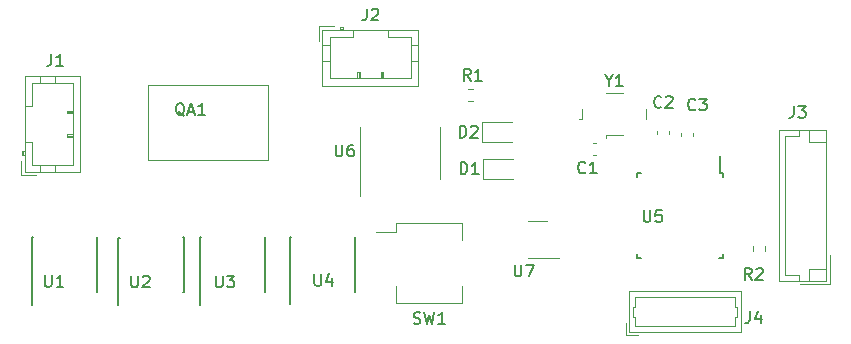
<source format=gbr>
%TF.GenerationSoftware,KiCad,Pcbnew,(6.0.7)*%
%TF.CreationDate,2023-02-24T15:08:57+01:00*%
%TF.ProjectId,freqcount,66726571-636f-4756-9e74-2e6b69636164,rev?*%
%TF.SameCoordinates,PX640f3c0PY67de938*%
%TF.FileFunction,Legend,Top*%
%TF.FilePolarity,Positive*%
%FSLAX46Y46*%
G04 Gerber Fmt 4.6, Leading zero omitted, Abs format (unit mm)*
G04 Created by KiCad (PCBNEW (6.0.7)) date 2023-02-24 15:08:57*
%MOMM*%
%LPD*%
G01*
G04 APERTURE LIST*
%ADD10C,0.150000*%
%ADD11C,0.120000*%
G04 APERTURE END LIST*
D10*
%TO.C,J1*%
X5536666Y24387620D02*
X5536666Y23673334D01*
X5489047Y23530477D01*
X5393809Y23435239D01*
X5250952Y23387620D01*
X5155714Y23387620D01*
X6536666Y23387620D02*
X5965238Y23387620D01*
X6250952Y23387620D02*
X6250952Y24387620D01*
X6155714Y24244762D01*
X6060476Y24149524D01*
X5965238Y24101905D01*
%TO.C,U6*%
X29598095Y16727620D02*
X29598095Y15918096D01*
X29645714Y15822858D01*
X29693333Y15775239D01*
X29788571Y15727620D01*
X29979047Y15727620D01*
X30074285Y15775239D01*
X30121904Y15822858D01*
X30169523Y15918096D01*
X30169523Y16727620D01*
X31074285Y16727620D02*
X30883809Y16727620D01*
X30788571Y16680000D01*
X30740952Y16632381D01*
X30645714Y16489524D01*
X30598095Y16299048D01*
X30598095Y15918096D01*
X30645714Y15822858D01*
X30693333Y15775239D01*
X30788571Y15727620D01*
X30979047Y15727620D01*
X31074285Y15775239D01*
X31121904Y15822858D01*
X31169523Y15918096D01*
X31169523Y16156191D01*
X31121904Y16251429D01*
X31074285Y16299048D01*
X30979047Y16346667D01*
X30788571Y16346667D01*
X30693333Y16299048D01*
X30645714Y16251429D01*
X30598095Y16156191D01*
%TO.C,R2*%
X64813333Y5257620D02*
X64480000Y5733810D01*
X64241904Y5257620D02*
X64241904Y6257620D01*
X64622857Y6257620D01*
X64718095Y6210000D01*
X64765714Y6162381D01*
X64813333Y6067143D01*
X64813333Y5924286D01*
X64765714Y5829048D01*
X64718095Y5781429D01*
X64622857Y5733810D01*
X64241904Y5733810D01*
X65194285Y6162381D02*
X65241904Y6210000D01*
X65337142Y6257620D01*
X65575238Y6257620D01*
X65670476Y6210000D01*
X65718095Y6162381D01*
X65765714Y6067143D01*
X65765714Y5971905D01*
X65718095Y5829048D01*
X65146666Y5257620D01*
X65765714Y5257620D01*
%TO.C,D1*%
X40191904Y14217620D02*
X40191904Y15217620D01*
X40430000Y15217620D01*
X40572857Y15170000D01*
X40668095Y15074762D01*
X40715714Y14979524D01*
X40763333Y14789048D01*
X40763333Y14646191D01*
X40715714Y14455715D01*
X40668095Y14360477D01*
X40572857Y14265239D01*
X40430000Y14217620D01*
X40191904Y14217620D01*
X41715714Y14217620D02*
X41144285Y14217620D01*
X41430000Y14217620D02*
X41430000Y15217620D01*
X41334761Y15074762D01*
X41239523Y14979524D01*
X41144285Y14931905D01*
%TO.C,D2*%
X40101904Y17317620D02*
X40101904Y18317620D01*
X40340000Y18317620D01*
X40482857Y18270000D01*
X40578095Y18174762D01*
X40625714Y18079524D01*
X40673333Y17889048D01*
X40673333Y17746191D01*
X40625714Y17555715D01*
X40578095Y17460477D01*
X40482857Y17365239D01*
X40340000Y17317620D01*
X40101904Y17317620D01*
X41054285Y18222381D02*
X41101904Y18270000D01*
X41197142Y18317620D01*
X41435238Y18317620D01*
X41530476Y18270000D01*
X41578095Y18222381D01*
X41625714Y18127143D01*
X41625714Y18031905D01*
X41578095Y17889048D01*
X41006666Y17317620D01*
X41625714Y17317620D01*
%TO.C,C2*%
X57173333Y19927858D02*
X57125714Y19880239D01*
X56982857Y19832620D01*
X56887619Y19832620D01*
X56744761Y19880239D01*
X56649523Y19975477D01*
X56601904Y20070715D01*
X56554285Y20261191D01*
X56554285Y20404048D01*
X56601904Y20594524D01*
X56649523Y20689762D01*
X56744761Y20785000D01*
X56887619Y20832620D01*
X56982857Y20832620D01*
X57125714Y20785000D01*
X57173333Y20737381D01*
X57554285Y20737381D02*
X57601904Y20785000D01*
X57697142Y20832620D01*
X57935238Y20832620D01*
X58030476Y20785000D01*
X58078095Y20737381D01*
X58125714Y20642143D01*
X58125714Y20546905D01*
X58078095Y20404048D01*
X57506666Y19832620D01*
X58125714Y19832620D01*
%TO.C,R1*%
X41023333Y22137620D02*
X40690000Y22613810D01*
X40451904Y22137620D02*
X40451904Y23137620D01*
X40832857Y23137620D01*
X40928095Y23090000D01*
X40975714Y23042381D01*
X41023333Y22947143D01*
X41023333Y22804286D01*
X40975714Y22709048D01*
X40928095Y22661429D01*
X40832857Y22613810D01*
X40451904Y22613810D01*
X41975714Y22137620D02*
X41404285Y22137620D01*
X41690000Y22137620D02*
X41690000Y23137620D01*
X41594761Y22994762D01*
X41499523Y22899524D01*
X41404285Y22851905D01*
%TO.C,QA1*%
X16796190Y19142381D02*
X16700952Y19190000D01*
X16605714Y19285239D01*
X16462857Y19428096D01*
X16367619Y19475715D01*
X16272380Y19475715D01*
X16320000Y19237620D02*
X16224761Y19285239D01*
X16129523Y19380477D01*
X16081904Y19570953D01*
X16081904Y19904286D01*
X16129523Y20094762D01*
X16224761Y20190000D01*
X16320000Y20237620D01*
X16510476Y20237620D01*
X16605714Y20190000D01*
X16700952Y20094762D01*
X16748571Y19904286D01*
X16748571Y19570953D01*
X16700952Y19380477D01*
X16605714Y19285239D01*
X16510476Y19237620D01*
X16320000Y19237620D01*
X17129523Y19523334D02*
X17605714Y19523334D01*
X17034285Y19237620D02*
X17367619Y20237620D01*
X17700952Y19237620D01*
X18558095Y19237620D02*
X17986666Y19237620D01*
X18272380Y19237620D02*
X18272380Y20237620D01*
X18177142Y20094762D01*
X18081904Y19999524D01*
X17986666Y19951905D01*
%TO.C,C1*%
X50753333Y14377858D02*
X50705714Y14330239D01*
X50562857Y14282620D01*
X50467619Y14282620D01*
X50324761Y14330239D01*
X50229523Y14425477D01*
X50181904Y14520715D01*
X50134285Y14711191D01*
X50134285Y14854048D01*
X50181904Y15044524D01*
X50229523Y15139762D01*
X50324761Y15235000D01*
X50467619Y15282620D01*
X50562857Y15282620D01*
X50705714Y15235000D01*
X50753333Y15187381D01*
X51705714Y14282620D02*
X51134285Y14282620D01*
X51420000Y14282620D02*
X51420000Y15282620D01*
X51324761Y15139762D01*
X51229523Y15044524D01*
X51134285Y14996905D01*
%TO.C,Y1*%
X52713809Y22143810D02*
X52713809Y21667620D01*
X52380476Y22667620D02*
X52713809Y22143810D01*
X53047142Y22667620D01*
X53904285Y21667620D02*
X53332857Y21667620D01*
X53618571Y21667620D02*
X53618571Y22667620D01*
X53523333Y22524762D01*
X53428095Y22429524D01*
X53332857Y22381905D01*
%TO.C,U2*%
X12278095Y5637620D02*
X12278095Y4828096D01*
X12325714Y4732858D01*
X12373333Y4685239D01*
X12468571Y4637620D01*
X12659047Y4637620D01*
X12754285Y4685239D01*
X12801904Y4732858D01*
X12849523Y4828096D01*
X12849523Y5637620D01*
X13278095Y5542381D02*
X13325714Y5590000D01*
X13420952Y5637620D01*
X13659047Y5637620D01*
X13754285Y5590000D01*
X13801904Y5542381D01*
X13849523Y5447143D01*
X13849523Y5351905D01*
X13801904Y5209048D01*
X13230476Y4637620D01*
X13849523Y4637620D01*
%TO.C,U7*%
X44758095Y6567620D02*
X44758095Y5758096D01*
X44805714Y5662858D01*
X44853333Y5615239D01*
X44948571Y5567620D01*
X45139047Y5567620D01*
X45234285Y5615239D01*
X45281904Y5662858D01*
X45329523Y5758096D01*
X45329523Y6567620D01*
X45710476Y6567620D02*
X46377142Y6567620D01*
X45948571Y5567620D01*
%TO.C,U1*%
X4988095Y5697620D02*
X4988095Y4888096D01*
X5035714Y4792858D01*
X5083333Y4745239D01*
X5178571Y4697620D01*
X5369047Y4697620D01*
X5464285Y4745239D01*
X5511904Y4792858D01*
X5559523Y4888096D01*
X5559523Y5697620D01*
X6559523Y4697620D02*
X5988095Y4697620D01*
X6273809Y4697620D02*
X6273809Y5697620D01*
X6178571Y5554762D01*
X6083333Y5459524D01*
X5988095Y5411905D01*
%TO.C,J2*%
X32216666Y28232620D02*
X32216666Y27518334D01*
X32169047Y27375477D01*
X32073809Y27280239D01*
X31930952Y27232620D01*
X31835714Y27232620D01*
X32645238Y28137381D02*
X32692857Y28185000D01*
X32788095Y28232620D01*
X33026190Y28232620D01*
X33121428Y28185000D01*
X33169047Y28137381D01*
X33216666Y28042143D01*
X33216666Y27946905D01*
X33169047Y27804048D01*
X32597619Y27232620D01*
X33216666Y27232620D01*
%TO.C,U5*%
X55668095Y11172620D02*
X55668095Y10363096D01*
X55715714Y10267858D01*
X55763333Y10220239D01*
X55858571Y10172620D01*
X56049047Y10172620D01*
X56144285Y10220239D01*
X56191904Y10267858D01*
X56239523Y10363096D01*
X56239523Y11172620D01*
X57191904Y11172620D02*
X56715714Y11172620D01*
X56668095Y10696429D01*
X56715714Y10744048D01*
X56810952Y10791667D01*
X57049047Y10791667D01*
X57144285Y10744048D01*
X57191904Y10696429D01*
X57239523Y10601191D01*
X57239523Y10363096D01*
X57191904Y10267858D01*
X57144285Y10220239D01*
X57049047Y10172620D01*
X56810952Y10172620D01*
X56715714Y10220239D01*
X56668095Y10267858D01*
%TO.C,U3*%
X19458095Y5637620D02*
X19458095Y4828096D01*
X19505714Y4732858D01*
X19553333Y4685239D01*
X19648571Y4637620D01*
X19839047Y4637620D01*
X19934285Y4685239D01*
X19981904Y4732858D01*
X20029523Y4828096D01*
X20029523Y5637620D01*
X20410476Y5637620D02*
X21029523Y5637620D01*
X20696190Y5256667D01*
X20839047Y5256667D01*
X20934285Y5209048D01*
X20981904Y5161429D01*
X21029523Y5066191D01*
X21029523Y4828096D01*
X20981904Y4732858D01*
X20934285Y4685239D01*
X20839047Y4637620D01*
X20553333Y4637620D01*
X20458095Y4685239D01*
X20410476Y4732858D01*
%TO.C,C3*%
X60053333Y19712858D02*
X60005714Y19665239D01*
X59862857Y19617620D01*
X59767619Y19617620D01*
X59624761Y19665239D01*
X59529523Y19760477D01*
X59481904Y19855715D01*
X59434285Y20046191D01*
X59434285Y20189048D01*
X59481904Y20379524D01*
X59529523Y20474762D01*
X59624761Y20570000D01*
X59767619Y20617620D01*
X59862857Y20617620D01*
X60005714Y20570000D01*
X60053333Y20522381D01*
X60386666Y20617620D02*
X61005714Y20617620D01*
X60672380Y20236667D01*
X60815238Y20236667D01*
X60910476Y20189048D01*
X60958095Y20141429D01*
X61005714Y20046191D01*
X61005714Y19808096D01*
X60958095Y19712858D01*
X60910476Y19665239D01*
X60815238Y19617620D01*
X60529523Y19617620D01*
X60434285Y19665239D01*
X60386666Y19712858D01*
%TO.C,J3*%
X68386666Y19997620D02*
X68386666Y19283334D01*
X68339047Y19140477D01*
X68243809Y19045239D01*
X68100952Y18997620D01*
X68005714Y18997620D01*
X68767619Y19997620D02*
X69386666Y19997620D01*
X69053333Y19616667D01*
X69196190Y19616667D01*
X69291428Y19569048D01*
X69339047Y19521429D01*
X69386666Y19426191D01*
X69386666Y19188096D01*
X69339047Y19092858D01*
X69291428Y19045239D01*
X69196190Y18997620D01*
X68910476Y18997620D01*
X68815238Y19045239D01*
X68767619Y19092858D01*
%TO.C,U4*%
X27798095Y5777620D02*
X27798095Y4968096D01*
X27845714Y4872858D01*
X27893333Y4825239D01*
X27988571Y4777620D01*
X28179047Y4777620D01*
X28274285Y4825239D01*
X28321904Y4872858D01*
X28369523Y4968096D01*
X28369523Y5777620D01*
X29274285Y5444286D02*
X29274285Y4777620D01*
X29036190Y5825239D02*
X28798095Y5110953D01*
X29417142Y5110953D01*
%TO.C,SW1*%
X36196666Y1595239D02*
X36339523Y1547620D01*
X36577619Y1547620D01*
X36672857Y1595239D01*
X36720476Y1642858D01*
X36768095Y1738096D01*
X36768095Y1833334D01*
X36720476Y1928572D01*
X36672857Y1976191D01*
X36577619Y2023810D01*
X36387142Y2071429D01*
X36291904Y2119048D01*
X36244285Y2166667D01*
X36196666Y2261905D01*
X36196666Y2357143D01*
X36244285Y2452381D01*
X36291904Y2500000D01*
X36387142Y2547620D01*
X36625238Y2547620D01*
X36768095Y2500000D01*
X37101428Y2547620D02*
X37339523Y1547620D01*
X37530000Y2261905D01*
X37720476Y1547620D01*
X37958571Y2547620D01*
X38863333Y1547620D02*
X38291904Y1547620D01*
X38577619Y1547620D02*
X38577619Y2547620D01*
X38482380Y2404762D01*
X38387142Y2309524D01*
X38291904Y2261905D01*
%TO.C,J4*%
X64676666Y2612620D02*
X64676666Y1898334D01*
X64629047Y1755477D01*
X64533809Y1660239D01*
X64390952Y1612620D01*
X64295714Y1612620D01*
X65581428Y2279286D02*
X65581428Y1612620D01*
X65343333Y2660239D02*
X65105238Y1945953D01*
X65724285Y1945953D01*
D11*
%TO.C,J1*%
X3260000Y16980000D02*
X3870000Y16980000D01*
X3060000Y16180000D02*
X3060000Y15880000D01*
X6870000Y17380000D02*
X6870000Y17580000D01*
X7370000Y19480000D02*
X6870000Y19480000D01*
X3060000Y15880000D02*
X3260000Y15880000D01*
X3260000Y16180000D02*
X3060000Y16180000D01*
X3260000Y14420000D02*
X7980000Y14420000D01*
X7370000Y21930000D02*
X3870000Y21930000D01*
X7370000Y19380000D02*
X6870000Y19380000D01*
X2960000Y14120000D02*
X4210000Y14120000D01*
X7980000Y14420000D02*
X7980000Y22540000D01*
X7370000Y17380000D02*
X6870000Y17380000D01*
X3160000Y16180000D02*
X3160000Y15880000D01*
X7370000Y15030000D02*
X7370000Y21930000D01*
X4570000Y14420000D02*
X4570000Y15030000D01*
X7370000Y17480000D02*
X6870000Y17480000D01*
X3870000Y21930000D02*
X3870000Y19980000D01*
X6870000Y17580000D02*
X7370000Y17580000D01*
X2960000Y15370000D02*
X2960000Y14120000D01*
X6870000Y19580000D02*
X7370000Y19580000D01*
X7980000Y22540000D02*
X3260000Y22540000D01*
X6870000Y19380000D02*
X6870000Y19580000D01*
X3870000Y15030000D02*
X7370000Y15030000D01*
X5870000Y14420000D02*
X5870000Y15030000D01*
X4570000Y22540000D02*
X4570000Y21930000D01*
X3870000Y16980000D02*
X3870000Y15030000D01*
X3870000Y19980000D02*
X3260000Y19980000D01*
X3260000Y22540000D02*
X3260000Y14420000D01*
X5870000Y22540000D02*
X5870000Y21930000D01*
%TO.C,U6*%
X38435000Y15990000D02*
X38435000Y18190000D01*
X38435000Y15990000D02*
X38435000Y13790000D01*
X31665000Y15990000D02*
X31665000Y18190000D01*
X31665000Y15990000D02*
X31665000Y12390000D01*
%TO.C,R2*%
X65982500Y8152258D02*
X65982500Y7677742D01*
X64937500Y8152258D02*
X64937500Y7677742D01*
%TO.C,D1*%
X42040000Y15540000D02*
X44590000Y15540000D01*
X42040000Y15540000D02*
X42040000Y13840000D01*
X42040000Y13840000D02*
X44590000Y13840000D01*
%TO.C,D2*%
X41990000Y18610000D02*
X44540000Y18610000D01*
X41990000Y18610000D02*
X41990000Y16910000D01*
X41990000Y16910000D02*
X44540000Y16910000D01*
%TO.C,C2*%
X57820000Y17629420D02*
X57820000Y17910580D01*
X56800000Y17629420D02*
X56800000Y17910580D01*
%TO.C,R1*%
X41242258Y20407500D02*
X40767742Y20407500D01*
X41242258Y21452500D02*
X40767742Y21452500D01*
%TO.C,QA1*%
X13756000Y21796000D02*
X23916000Y21796000D01*
X23916000Y21796000D02*
X23916000Y15446000D01*
X23916000Y15446000D02*
X13756000Y15446000D01*
X13756000Y15446000D02*
X13756000Y21796000D01*
%TO.C,C1*%
X51394420Y16895000D02*
X51675580Y16895000D01*
X51394420Y15875000D02*
X51675580Y15875000D01*
%TO.C,Y1*%
X52490000Y17520000D02*
X52490000Y17280000D01*
X55890000Y19720000D02*
X55890000Y18920000D01*
X52490000Y21120000D02*
X53890000Y21120000D01*
X53890000Y17520000D02*
X52490000Y17520000D01*
X50190000Y18920000D02*
X50490000Y18920000D01*
X50490000Y18920000D02*
X50490000Y19720000D01*
D10*
%TO.C,U2*%
X11210000Y8850000D02*
X11310000Y8850000D01*
X16735000Y4225000D02*
X16735000Y8875000D01*
X16735000Y8875000D02*
X16710000Y8875000D01*
X16735000Y4225000D02*
X16710000Y4225000D01*
X11210000Y3150000D02*
X11210000Y8850000D01*
D11*
%TO.C,U7*%
X46690000Y10230000D02*
X45890000Y10230000D01*
X46690000Y7110000D02*
X48490000Y7110000D01*
X46690000Y7110000D02*
X45890000Y7110000D01*
X46690000Y10230000D02*
X47490000Y10230000D01*
D10*
%TO.C,U1*%
X9385000Y8895000D02*
X9360000Y8895000D01*
X9385000Y4245000D02*
X9385000Y8895000D01*
X3860000Y8870000D02*
X3960000Y8870000D01*
X3860000Y3170000D02*
X3860000Y8870000D01*
X9385000Y4245000D02*
X9360000Y4245000D01*
D11*
%TO.C,J2*%
X28480000Y26440000D02*
X28480000Y21720000D01*
X36600000Y25130000D02*
X35990000Y25130000D01*
X28480000Y21720000D02*
X36600000Y21720000D01*
X28480000Y25130000D02*
X29090000Y25130000D01*
X36600000Y26440000D02*
X28480000Y26440000D01*
X33440000Y22830000D02*
X33640000Y22830000D01*
X31540000Y22330000D02*
X31540000Y22830000D01*
X33440000Y22330000D02*
X33440000Y22830000D01*
X35990000Y22330000D02*
X35990000Y25830000D01*
X35990000Y25830000D02*
X34040000Y25830000D01*
X31440000Y22830000D02*
X31640000Y22830000D01*
X30240000Y26640000D02*
X29940000Y26640000D01*
X33640000Y22830000D02*
X33640000Y22330000D01*
X31040000Y26440000D02*
X31040000Y25830000D01*
X29090000Y25830000D02*
X29090000Y22330000D01*
X28480000Y23830000D02*
X29090000Y23830000D01*
X31440000Y22330000D02*
X31440000Y22830000D01*
X36600000Y21720000D02*
X36600000Y26440000D01*
X36600000Y23830000D02*
X35990000Y23830000D01*
X31040000Y25830000D02*
X29090000Y25830000D01*
X29090000Y22330000D02*
X35990000Y22330000D01*
X33540000Y22330000D02*
X33540000Y22830000D01*
X30240000Y26440000D02*
X30240000Y26640000D01*
X29940000Y26640000D02*
X29940000Y26440000D01*
X28180000Y26740000D02*
X28180000Y25490000D01*
X29430000Y26740000D02*
X28180000Y26740000D01*
X31640000Y22830000D02*
X31640000Y22330000D01*
X30240000Y26540000D02*
X29940000Y26540000D01*
X34040000Y25830000D02*
X34040000Y26440000D01*
D10*
%TO.C,U5*%
X55145000Y14345000D02*
X55145000Y14020000D01*
X55145000Y14345000D02*
X55470000Y14345000D01*
X62395000Y7095000D02*
X62395000Y7420000D01*
X62395000Y14345000D02*
X62170000Y14345000D01*
X55145000Y7095000D02*
X55470000Y7095000D01*
X62170000Y14345000D02*
X62170000Y15770000D01*
X62395000Y7095000D02*
X62070000Y7095000D01*
X62395000Y14345000D02*
X62395000Y14020000D01*
X55145000Y7095000D02*
X55145000Y7420000D01*
%TO.C,U3*%
X23615000Y4235000D02*
X23615000Y8885000D01*
X18090000Y8860000D02*
X18190000Y8860000D01*
X23615000Y8885000D02*
X23590000Y8885000D01*
X23615000Y4235000D02*
X23590000Y4235000D01*
X18090000Y3160000D02*
X18090000Y8860000D01*
D11*
%TO.C,C3*%
X59830000Y17720580D02*
X59830000Y17439420D01*
X58810000Y17720580D02*
X58810000Y17439420D01*
%TO.C,J3*%
X69650000Y6210000D02*
X71150000Y6210000D01*
X69650000Y17930000D02*
X69650000Y16930000D01*
X67630000Y17430000D02*
X68840000Y17430000D01*
X68840000Y17430000D02*
X68840000Y17930000D01*
X71150000Y17930000D02*
X67130000Y17930000D01*
X69650000Y16930000D02*
X71150000Y16930000D01*
X69650000Y5210000D02*
X69650000Y6210000D01*
X71150000Y5210000D02*
X71150000Y17930000D01*
X68840000Y5710000D02*
X67630000Y5710000D01*
X67130000Y17930000D02*
X67130000Y5210000D01*
X67630000Y5710000D02*
X67630000Y17430000D01*
X71450000Y4910000D02*
X71450000Y7410000D01*
X67130000Y5210000D02*
X71150000Y5210000D01*
X68840000Y5210000D02*
X68840000Y5710000D01*
X68950000Y4910000D02*
X71450000Y4910000D01*
D10*
%TO.C,U4*%
X31275000Y4275000D02*
X31250000Y4275000D01*
X31275000Y8925000D02*
X31250000Y8925000D01*
X25750000Y8900000D02*
X25850000Y8900000D01*
X25750000Y3200000D02*
X25750000Y8900000D01*
X31275000Y4275000D02*
X31275000Y8925000D01*
D11*
%TO.C,SW1*%
X34740000Y10101000D02*
X40260000Y10101000D01*
X33054000Y9285000D02*
X34740000Y9285000D01*
X40260000Y4734000D02*
X40260000Y3299000D01*
X40260000Y10101000D02*
X40260000Y8666000D01*
X34740000Y4734000D02*
X34740000Y3299000D01*
X34740000Y10101000D02*
X34740000Y9285000D01*
X34740000Y3299000D02*
X40260000Y3299000D01*
%TO.C,J4*%
X63610000Y2145000D02*
X63610000Y2945000D01*
X63410000Y3795000D02*
X59185000Y3795000D01*
X63410000Y2945000D02*
X63410000Y3795000D01*
X63410000Y1395000D02*
X63410000Y2145000D01*
X59185000Y1395000D02*
X54960000Y1395000D01*
X54760000Y2145000D02*
X54760000Y2945000D01*
X63920000Y885000D02*
X63920000Y4305000D01*
X54960000Y1395000D02*
X54960000Y2145000D01*
X54960000Y2145000D02*
X54760000Y2145000D01*
X63920000Y4305000D02*
X54450000Y4305000D01*
X54760000Y2945000D02*
X54960000Y2945000D01*
X54450000Y4305000D02*
X54450000Y885000D01*
X63410000Y2145000D02*
X63610000Y2145000D01*
X59185000Y1395000D02*
X63410000Y1395000D01*
X54960000Y3795000D02*
X59185000Y3795000D01*
X54160000Y595000D02*
X55160000Y595000D01*
X54960000Y2945000D02*
X54960000Y3795000D01*
X54450000Y885000D02*
X63920000Y885000D01*
X54160000Y595000D02*
X54160000Y1595000D01*
X63610000Y2945000D02*
X63410000Y2945000D01*
%TD*%
M02*

</source>
